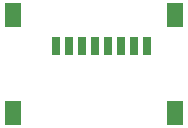
<source format=gtp>
G04 #@! TF.GenerationSoftware,KiCad,Pcbnew,(5.1.12-1-10_14)*
G04 #@! TF.CreationDate,2021-11-28T16:28:55+00:00*
G04 #@! TF.ProjectId,acnode-doorbot,61636e6f-6465-42d6-946f-6f72626f742e,rev?*
G04 #@! TF.SameCoordinates,Original*
G04 #@! TF.FileFunction,Paste,Top*
G04 #@! TF.FilePolarity,Positive*
%FSLAX46Y46*%
G04 Gerber Fmt 4.6, Leading zero omitted, Abs format (unit mm)*
G04 Created by KiCad (PCBNEW (5.1.12-1-10_14)) date 2021-11-28 16:28:55*
%MOMM*%
%LPD*%
G01*
G04 APERTURE LIST*
%ADD10R,1.450000X2.000000*%
%ADD11R,0.800000X1.500000*%
G04 APERTURE END LIST*
D10*
X84245000Y-41850000D03*
X70495000Y-41850000D03*
X70495000Y-50150000D03*
X84245000Y-50150000D03*
D11*
X81870000Y-44450000D03*
X80770000Y-44450000D03*
X79670000Y-44450000D03*
X78570000Y-44450000D03*
X77470000Y-44450000D03*
X76370000Y-44450000D03*
X75270000Y-44450000D03*
X74170000Y-44450000D03*
M02*

</source>
